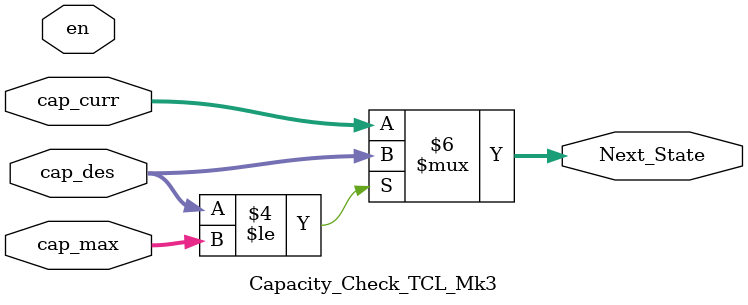
<source format=v>
module Capacity_Check_TCL_Mk3(en, cap_max, cap_curr, cap_des, Next_State);
	
	input en;
	input [3:0]cap_max, cap_curr, cap_des;
	output [3:0]Next_State;
	
	reg [3:0]Next_State;
	
	always @(en or cap_max or cap_curr or cap_des)
	begin
	
		if (en == 1)
			begin
			
				if (cap_curr > cap_max)
					begin
						
						Next_State = cap_max;
					end
			end
				
		if (cap_des <= cap_max)
			begin
			
				Next_State = cap_des;
			end
		else
			begin
				
				Next_State = cap_curr;
			end
	end
endmodule
</source>
